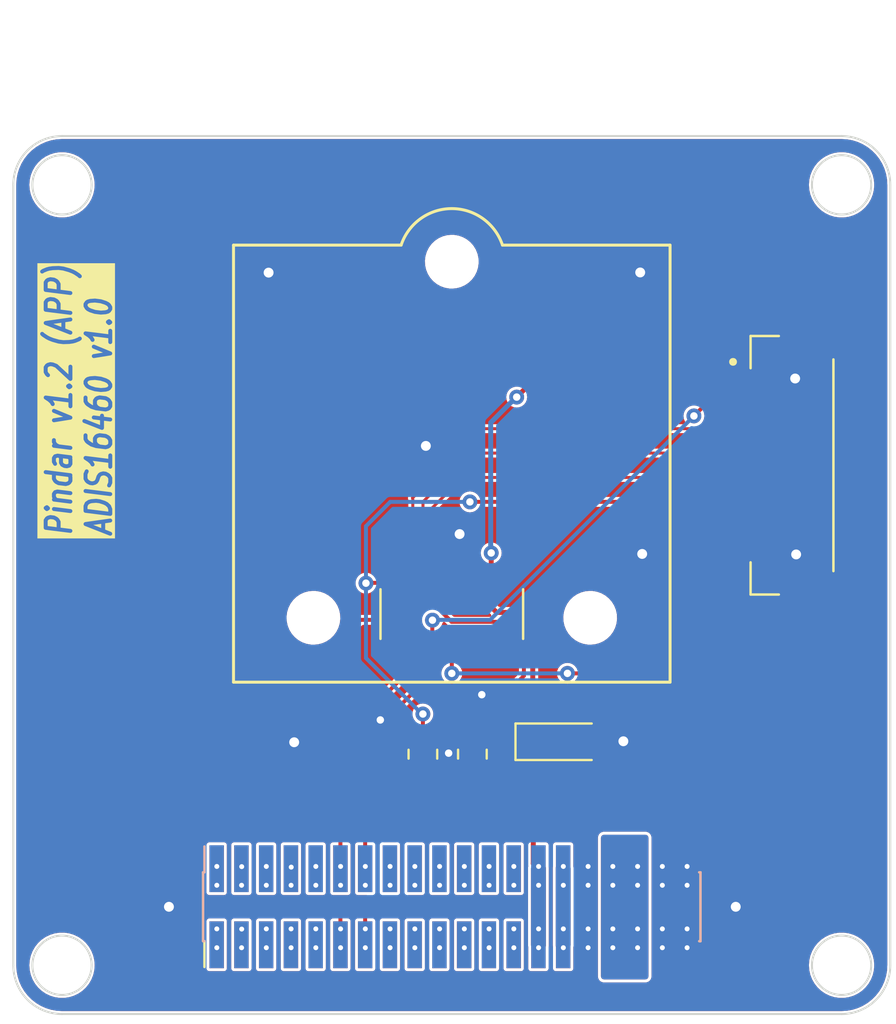
<source format=kicad_pcb>
(kicad_pcb (version 20221018) (generator pcbnew)
  (title_block (date "2023-06-14"))
  (layers (0 "F.Cu" signal) (31 "B.Cu" signal) (34 "B.Paste" user) (35 "F.Paste" user) (36 "B.SilkS" user "B.Silkscreen") (37 "F.SilkS" user "F.Silkscreen") (38 "B.Mask" user) (39 "F.Mask" user) (44 "Edge.Cuts" user))
  (net 0 "")
  (net 1 "+3.3V")
  (net 2 "/+5V")
  (net 3 "/SPI_CS")
  (net 4 "/SPI_CLK")
  (net 5 "/SPI_MOSI")
  (net 6 "/SPI_MISO")
  (net 7 "/I2C_CLK")
  (net 8 "/GPIO_1")
  (net 9 "/GPIO_2")
  (net 10 "/GPIO_3")
  (net 11 "/GPIO_4")
  (net 12 "/GPIO_5")
  (net 13 "/GPIO_6")
  (net 14 "/GPIO_7")
  (net 15 "/GPIO_8")
  (net 16 "/ADC_1")
  (net 17 "/ADC_3")
  (net 18 "/ADC_4")
  (net 19 "/GPIO_11")
  (net 20 "/GPIO_12")
  (net 21 "/ADC_2")
  (net 22 "/I2C_SDA")
  (net 23 "/UART1_Rx")
  (net 24 "GND")
  (net 25 "/UART1_Tx")
  (net 26 "/UART2_Rx")
  (net 27 "/UART2_Tx")
  (net 28 "/GPIO_9")
  (net 29 "/GPIO_10")
  (net 30 "/+BATT")
  (net 37 "/DR")
  (net 38 "/RST")
  (footprint "Connector_PinHeader_1.27mm:PinHeader_2x20_P1.27mm_Vertical_SMD" (layer "F.Cu") (at 73.22 72.22 90)
    (fp_text reference "J1" hide)
    (fp_text value "TOP" hide)
    (fp_line (start -3.09 -12.695) (end -1.765 -12.695) (stroke (width 0.12)) (layer "F.SilkS"))
    (fp_line (start -1.765 -12.76) (end -1.765 -12.695) (stroke (width 0.12)) (layer "F.SilkS"))
    (fp_line (start -1.765 -12.76) (end 1.765 -12.76) (stroke (width 0.12)) (layer "F.SilkS"))
    (fp_line (start -1.765 12.695) (end -1.765 12.76) (stroke (width 0.12)) (layer "F.SilkS"))
    (fp_line (start -1.765 12.76) (end 1.765 12.76) (stroke (width 0.12)) (layer "F.SilkS"))
    (fp_line (start 1.765 -12.76) (end 1.765 -12.695) (stroke (width 0.12)) (layer "F.SilkS"))
    (fp_line (start 1.765 12.695) (end 1.765 12.76) (stroke (width 0.12)) (layer "F.SilkS"))
    (pad "1" smd rect locked (at -1.95 -12.065 90) (size 2.4 0.74) (layers "F.Cu" "F.Paste" "F.Mask") (net 16 "/ADC_1"))
    (pad "2" smd rect locked (at 1.95 -12.065 90) (size 2.4 0.74) (layers "F.Cu" "F.Paste" "F.Mask") (net 21 "/ADC_2"))
    (pad "3" smd rect locked (at -1.95 -10.795 90) (size 2.4 0.74) (layers "F.Cu" "F.Paste" "F.Mask") (net 17 "/ADC_3"))
    (pad "4" smd rect locked (at 1.95 -10.795 90) (size 2.4 0.74) (layers "F.Cu" "F.Paste" "F.Mask") (net 18 "/ADC_4"))
    (pad "5" smd rect locked (at -1.95 -9.525 90) (size 2.4 0.74) (layers "F.Cu" "F.Paste" "F.Mask") (net 23 "/UART1_Rx"))
    (pad "6" smd rect locked (at 1.95 -9.525 90) (size 2.4 0.74) (layers "F.Cu" "F.Paste" "F.Mask") (net 25 "/UART1_Tx"))
    (pad "7" smd rect locked (at -1.95 -8.255 90) (size 2.4 0.74) (layers "F.Cu" "F.Paste" "F.Mask") (net 26 "/UART2_Rx"))
    (pad "8" smd rect locked (at 1.95 -8.255 90) (size 2.4 0.74) (layers "F.Cu" "F.Paste" "F.Mask") (net 27 "/UART2_Tx"))
    (pad "9" smd rect locked (at -1.95 -6.985 90) (size 2.4 0.74) (layers "F.Cu" "F.Paste" "F.Mask") (net 22 "/I2C_SDA"))
    (pad "10" smd rect locked (at 1.95 -6.985 90) (size 2.4 0.74) (layers "F.Cu" "F.Paste" "F.Mask") (net 7 "/I2C_CLK"))
    (pad "11" smd rect locked (at -1.95 -5.715 90) (size 2.4 0.74) (layers "F.Cu" "F.Paste" "F.Mask") (net 3 "/SPI_CS"))
    (pad "12" smd rect locked (at 1.95 -5.715 90) (size 2.4 0.74) (layers "F.Cu" "F.Paste" "F.Mask") (net 4 "/SPI_CLK"))
    (pad "13" smd rect locked (at -1.95 -4.445 90) (size 2.4 0.74) (layers "F.Cu" "F.Paste" "F.Mask") (net 5 "/SPI_MOSI"))
    (pad "14" smd rect locked (at 1.95 -4.445 90) (size 2.4 0.74) (layers "F.Cu" "F.Paste" "F.Mask") (net 6 "/SPI_MISO"))
    (pad "15" smd rect locked (at -1.95 -3.175 90) (size 2.4 0.74) (layers "F.Cu" "F.Paste" "F.Mask") (net 8 "/GPIO_1"))
    (pad "16" smd rect locked (at 1.95 -3.175 90) (size 2.4 0.74) (layers "F.Cu" "F.Paste" "F.Mask") (net 9 "/GPIO_2"))
    (pad "17" smd rect locked (at -1.95 -1.905 90) (size 2.4 0.74) (layers "F.Cu" "F.Paste" "F.Mask") (net 10 "/GPIO_3"))
    (pad "18" smd rect locked (at 1.95 -1.905 90) (size 2.4 0.74) (layers "F.Cu" "F.Paste" "F.Mask") (net 11 "/GPIO_4"))
    (pad "19" smd rect locked (at -1.95 -0.635 90) (size 2.4 0.74) (layers "F.Cu" "F.Paste" "F.Mask") (net 12 "/GPIO_5"))
    (pad "20" smd rect locked (at 1.95 -0.635 90) (size 2.4 0.74) (layers "F.Cu" "F.Paste" "F.Mask") (net 13 "/GPIO_6"))
    (pad "21" smd rect locked (at -1.95 0.635 90) (size 2.4 0.74) (layers "F.Cu" "F.Paste" "F.Mask") (net 14 "/GPIO_7"))
    (pad "22" smd rect locked (at 1.95 0.635 90) (size 2.4 0.74) (layers "F.Cu" "F.Paste" "F.Mask") (net 15 "/GPIO_8"))
    (pad "23" smd rect locked (at -1.95 1.905 90) (size 2.4 0.74) (layers "F.Cu" "F.Paste" "F.Mask") (net 28 "/GPIO_9"))
    (pad "24" smd rect locked (at 1.95 1.905 90) (size 2.4 0.74) (layers "F.Cu" "F.Paste" "F.Mask") (net 29 "/GPIO_10"))
    (pad "25" smd rect locked (at -1.95 3.175 90) (size 2.4 0.74) (layers "F.Cu" "F.Paste" "F.Mask") (net 19 "/GPIO_11"))
    (pad "26" smd rect locked (at 1.95 3.175 90) (size 2.4 0.74) (layers "F.Cu" "F.Paste" "F.Mask") (net 20 "/GPIO_12"))
    (pad "27" smd rect locked (at -1.95 4.445 90) (size 2.4 0.74) (layers "F.Cu" "F.Paste" "F.Mask") (net 1 "+3.3V"))
    (pad "28" smd rect locked (at 1.95 4.445 90) (size 2.4 0.74) (layers "F.Cu" "F.Paste" "F.Mask") (net 1 "+3.3V"))
    (pad "29" smd rect locked (at -1.95 5.715 90) (size 2.4 0.74) (layers "F.Cu" "F.Paste" "F.Mask") (net 2 "/+5V"))
    (pad "30" smd rect locked (at 1.95 5.715 90) (size 2.4 0.74) (layers "F.Cu" "F.Paste" "F.Mask") (net 2 "/+5V"))
    (pad "31" smd rect locked (at -1.95 6.985 90) (size 2.4 0.74) (layers "F.Cu" "F.Paste" "F.Mask") (net 24 "GND"))
    (pad "32" smd rect locked (at 1.95 6.985 90) (size 2.4 0.74) (layers "F.Cu" "F.Paste" "F.Mask") (net 24 "GND"))
    (pad "33" smd rect locked (at -1.95 8.255 90) (size 2.4 0.74) (layers "F.Cu" "F.Paste" "F.Mask") (net 30 "/+BATT"))
    (pad "34" smd rect locked (at 1.95 8.255 90) (size 2.4 0.74) (layers "F.Cu" "F.Paste" "F.Mask") (net 30 "/+BATT"))
    (pad "35" smd rect locked (at -1.95 9.525 90) (size 2.4 0.74) (layers "F.Cu" "F.Paste" "F.Mask") (net 30 "/+BATT"))
    (pad "36" smd rect locked (at 1.95 9.525 90) (size 2.4 0.74) (layers "F.Cu" "F.Paste" "F.Mask") (net 30 "/+BATT"))
    (pad "37" smd rect locked (at -1.95 10.795 90) (size 2.4 0.74) (layers "F.Cu" "F.Paste" "F.Mask") (net 24 "GND"))
    (pad "38" smd rect locked (at 1.95 10.795 90) (size 2.4 0.74) (layers "F.Cu" "F.Paste" "F.Mask") (net 24 "GND"))
    (pad "39" smd rect locked (at -1.95 12.065 90) (size 2.4 0.74) (layers "F.Cu" "F.Paste" "F.Mask") (net 24 "GND"))
    (pad "40" smd rect locked (at 1.95 12.065 90) (size 2.4 0.74) (layers "F.Cu" "F.Paste" "F.Mask") (net 24 "GND"))
  )
  (footprint "JST-GH-1.25:JST-GHS-1.25-BM08B" (layer "F.Cu") (at 88.351 49.5934 90)
    (fp_text reference "P1" hide)
    (fp_text value "BM08B-GHS-TBT(LF)(SN)(N)")
    (fp_line (start -6.625 0.2) (end -4.975 0.2) (stroke (width 0.127)) (layer "F.SilkS"))
    (fp_line (start -6.625 1.65) (end -6.625 0.2) (stroke (width 0.127)) (layer "F.SilkS"))
    (fp_line (start -5.425 4.45) (end 5.425 4.45) (stroke (width 0.127)) (layer "F.SilkS"))
    (fp_line (start 4.975 0.2) (end 6.625 0.2) (stroke (width 0.127)) (layer "F.SilkS"))
    (fp_line (start 6.625 1.65) (end 6.625 0.2) (stroke (width 0.127)) (layer "F.SilkS"))
    (fp_circle (center 5.3 -0.7) (end 5.4 -0.7) (stroke (width 0.2)) (fill none) (layer "F.SilkS"))
    (pad "1" smd rect (at 4.375 0 90) (size 0.6 1.7) (layers "F.Cu" "F.Paste" "F.Mask") (net 1 "+3.3V"))
    (pad "2" smd rect (at 3.125 0 90) (size 0.6 1.7) (layers "F.Cu" "F.Paste" "F.Mask") (net 3 "/SPI_CS"))
    (pad "3" smd rect (at 1.875 0 90) (size 0.6 1.7) (layers "F.Cu" "F.Paste" "F.Mask") (net 4 "/SPI_CLK"))
    (pad "4" smd rect (at 0.625 0 90) (size 0.6 1.7) (layers "F.Cu" "F.Paste" "F.Mask") (net 6 "/SPI_MISO"))
    (pad "5" smd rect (at -0.625 0 90) (size 0.6 1.7) (layers "F.Cu" "F.Paste" "F.Mask") (net 5 "/SPI_MOSI"))
    (pad "6" smd rect (at -1.875 0 90) (size 0.6 1.7) (layers "F.Cu" "F.Paste" "F.Mask") (net 37 "/DR"))
    (pad "7" smd rect (at -3.125 0 90) (size 0.6 1.7) (layers "F.Cu" "F.Paste" "F.Mask") (net 38 "/RST"))
    (pad "8" smd rect (at -4.375 0 90) (size 0.6 1.7) (layers "F.Cu" "F.Paste" "F.Mask") (net 24 "GND"))
    (pad "P1" smd rect (at -6.225 3.35 90) (size 1 2.8) (layers "F.Cu" "F.Paste" "F.Mask") (net 24 "GND"))
    (pad "P2" smd rect (at 6.225 3.35 90) (size 1 2.8) (layers "F.Cu" "F.Paste" "F.Mask") (net 24 "GND"))
  )
  (footprint "ADIS16460:ADIS16460" (layer "F.Cu") (at 73.22 57.22)
    (fp_text reference "J3" hide)
    (fp_text value "ADIS16460*")
    (fp_line (start -11.2 -18.91) (end -2.6 -18.91) (stroke (width 0.1524)) (layer "F.SilkS"))
    (fp_line (start -11.2 3.49) (end -11.2 -18.91) (stroke (width 0.1524)) (layer "F.SilkS"))
    (fp_line (start -11.2 3.49) (end 11.2 3.49) (stroke (width 0.1524)) (layer "F.SilkS"))
    (fp_line (start -3.659 -1.27) (end -3.659 1.27) (stroke (width 0.127)) (layer "F.SilkS"))
    (fp_line (start 2.6 -18.91) (end 11.2 -18.91) (stroke (width 0.1524)) (layer "F.SilkS"))
    (fp_line (start 3.659 1.27) (end 3.659 -1.27) (stroke (width 0.127)) (layer "F.SilkS"))
    (fp_line (start 11.2 -18.91) (end 11.2 3.49) (stroke (width 0.1524)) (layer "F.SilkS"))
    (fp_arc (start -2.6 -18.91) (mid 0 -20.781732) (end 2.6 -18.91) (stroke (width 0.1524)) (layer "F.SilkS"))
    (pad "" np_thru_hole circle (at -7.1 0.19) (size 2.4 2.4) (drill 2.4) (layers "*.Cu" "*.Mask"))
    (pad "" np_thru_hole circle (at 0 -18.06) (size 2.4 2.4) (drill 2.4) (layers "*.Cu" "*.Mask"))
    (pad "" np_thru_hole circle (at 7.1 0.19) (size 2.4 2.4) (drill 2.4) (layers "*.Cu" "*.Mask"))
    (pad "1" smd rect (at -3 -1.6 270) (size 1.37 0.5) (layers "F.Cu" "F.Paste" "F.Mask") (net 37 "/DR"))
    (pad "2" smd rect (at -3 1.6 270) (size 1.37 0.5) (layers "F.Cu" "F.Paste" "F.Mask"))
    (pad "3" smd rect (at -2 -1.6 270) (size 1.37 0.5) (layers "F.Cu" "F.Paste" "F.Mask") (net 4 "/SPI_CLK"))
    (pad "4" smd rect (at -2 1.6 270) (size 1.37 0.5) (layers "F.Cu" "F.Paste" "F.Mask") (net 6 "/SPI_MISO"))
    (pad "5" smd rect (at -1 -1.6 270) (size 1.37 0.5) (layers "F.Cu" "F.Paste" "F.Mask") (net 5 "/SPI_MOSI"))
    (pad "6" smd rect (at -1 1.6 270) (size 1.37 0.5) (layers "F.Cu" "F.Paste" "F.Mask") (net 3 "/SPI_CS"))
    (pad "7" smd rect (at 0 -1.6 270) (size 1.37 0.5) (layers "F.Cu" "F.Paste" "F.Mask"))
    (pad "8" smd rect (at 0 1.6 270) (size 1.37 0.5) (layers "F.Cu" "F.Paste" "F.Mask") (net 38 "/RST"))
    (pad "9" smd rect (at 1 -1.6 270) (size 1.37 0.5) (layers "F.Cu" "F.Paste" "F.Mask"))
    (pad "10" smd rect (at 1 1.6 270) (size 1.37 0.5) (layers "F.Cu" "F.Paste" "F.Mask"))
    (pad "11" smd rect (at 2 -1.6 270) (size 1.37 0.5) (layers "F.Cu" "F.Paste" "F.Mask") (net 1 "+3.3V"))
    (pad "12" smd rect (at 2 1.6 270) (size 1.37 0.5) (layers "F.Cu" "F.Paste" "F.Mask"))
    (pad "13" smd rect (at 3 -1.6 270) (size 1.37 0.5) (layers "F.Cu" "F.Paste" "F.Mask") (net 24 "GND"))
    (pad "14" smd rect (at 3 1.6 270) (size 1.37 0.5) (layers "F.Cu" "F.Paste" "F.Mask"))
  )
  (footprint "Capacitor_Tantalum_SMD:CP_EIA-3216-12_Kemet-S" (layer "F.Cu") (at 78.7978 63.7646)
    (fp_text reference "C1" hide)
    (fp_text value "Capacitor_Tantalum_SMD")
    (fp_line (start -2.31 -0.935) (end -2.31 0.935) (stroke (width 0.12)) (layer "F.SilkS"))
    (fp_line (start -2.31 0.935) (end 1.6 0.935) (stroke (width 0.12)) (layer "F.SilkS"))
    (fp_line (start 1.6 -0.935) (end -2.31 -0.935) (stroke (width 0.12)) (layer "F.SilkS"))
    (pad "1" smd roundrect (at -1.35 0) (size 1.4 1.35) (layers "F.Cu" "F.Paste" "F.Mask") (roundrect_rratio 0.1851851852) (net 1 "+3.3V"))
    (pad "2" smd roundrect (at 1.35 0) (size 1.4 1.35) (layers "F.Cu" "F.Paste" "F.Mask") (roundrect_rratio 0.1851851852) (net 24 "GND"))
  )
  (footprint "Resistor_SMD:R_0805_2012Metric" (layer "F.Cu") (at 74.2766 64.3996 -90)
    (fp_text reference "R2" hide)
    (fp_text value "0")
    (fp_line (start -0.227064 -0.735) (end 0.227064 -0.735) (stroke (width 0.12)) (layer "F.SilkS"))
    (fp_line (start -0.227064 0.735) (end 0.227064 0.735) (stroke (width 0.12)) (layer "F.SilkS"))
    (pad "1" smd roundrect (at -0.9125 0 270) (size 1.025 1.4) (layers "F.Cu" "F.Paste" "F.Mask") (roundrect_rratio 0.243902439) (net 38 "/RST"))
    (pad "2" smd roundrect (at 0.9125 0 270) (size 1.025 1.4) (layers "F.Cu" "F.Paste" "F.Mask") (roundrect_rratio 0.243902439) (net 9 "/GPIO_2"))
  )
  (footprint "Resistor_SMD:R_0805_2012Metric" (layer "F.Cu") (at 71.7366 64.4015 -90)
    (fp_text reference "R1" hide)
    (fp_text value "0")
    (fp_line (start -0.227064 -0.735) (end 0.227064 -0.735) (stroke (width 0.12)) (layer "F.SilkS"))
    (fp_line (start -0.227064 0.735) (end 0.227064 0.735) (stroke (width 0.12)) (layer "F.SilkS"))
    (pad "1" smd roundrect (at -0.9125 0 270) (size 1.025 1.4) (layers "F.Cu" "F.Paste" "F.Mask") (roundrect_rratio 0.243902439) (net 37 "/DR"))
    (pad "2" smd roundrect (at 0.9125 0 270) (size 1.025 1.4) (layers "F.Cu" "F.Paste" "F.Mask") (roundrect_rratio 0.243902439) (net 8 "/GPIO_1"))
  )
  (footprint "Connector_PinHeader_1.27mm:PinHeader_2x20_P1.27mm_Vertical_SMD" (layer "B.Cu") (at 73.22 72.22 -90)
    (fp_text reference "J2" hide)
    (fp_text value "BUTTOM" hide)
    (fp_line (start -3.09 12.695) (end -1.765 12.695) (stroke (width 0.12)) (layer "B.SilkS"))
    (fp_line (start -1.765 -12.76) (end 1.765 -12.76) (stroke (width 0.12)) (layer "B.SilkS"))
    (fp_line (start -1.765 -12.695) (end -1.765 -12.76) (stroke (width 0.12)) (layer "B.SilkS"))
    (fp_line (start -1.765 12.76) (end -1.765 12.695) (stroke (width 0.12)) (layer "B.SilkS"))
    (fp_line (start -1.765 12.76) (end 1.765 12.76) (stroke (width 0.12)) (layer "B.SilkS"))
    (fp_line (start 1.765 -12.695) (end 1.765 -12.76) (stroke (width 0.12)) (layer "B.SilkS"))
    (fp_line (start 1.765 12.76) (end 1.765 12.695) (stroke (width 0.12)) (layer "B.SilkS"))
    (pad "1" smd rect locked (at -1.95 12.065 270) (size 2.4 0.74) (layers "B.Cu" "B.Paste" "B.Mask") (net 21 "/ADC_2"))
    (pad "2" smd rect locked (at 1.95 12.065 270) (size 2.4 0.74) (layers "B.Cu" "B.Paste" "B.Mask") (net 16 "/ADC_1"))
    (pad "3" smd rect locked (at -1.95 10.795 270) (size 2.4 0.74) (layers "B.Cu" "B.Paste" "B.Mask") (net 18 "/ADC_4"))
    (pad "4" smd rect locked (at 1.95 10.795 270) (size 2.4 0.74) (layers "B.Cu" "B.Paste" "B.Mask") (net 17 "/ADC_3"))
    (pad "5" smd rect locked (at -1.95 9.525 270) (size 2.4 0.74) (layers "B.Cu" "B.Paste" "B.Mask") (net 25 "/UART1_Tx"))
    (pad "6" smd rect locked (at 1.95 9.525 270) (size 2.4 0.74) (layers "B.Cu" "B.Paste" "B.Mask") (net 23 "/UART1_Rx"))
    (pad "7" smd rect locked (at -1.95 8.255 270) (size 2.4 0.74) (layers "B.Cu" "B.Paste" "B.Mask") (net 27 "/UART2_Tx"))
    (pad "8" smd rect locked (at 1.95 8.255 270) (size 2.4 0.74) (layers "B.Cu" "B.Paste" "B.Mask") (net 26 "/UART2_Rx"))
    (pad "9" smd rect locked (at -1.95 6.985 270) (size 2.4 0.74) (layers "B.Cu" "B.Paste" "B.Mask") (net 7 "/I2C_CLK"))
    (pad "10" smd rect locked (at 1.95 6.985 270) (size 2.4 0.74) (layers "B.Cu" "B.Paste" "B.Mask") (net 22 "/I2C_SDA"))
    (pad "11" smd rect locked (at -1.95 5.715 270) (size 2.4 0.74) (layers "B.Cu" "B.Paste" "B.Mask") (net 4 "/SPI_CLK"))
    (pad "12" smd rect locked (at 1.95 5.715 270) (size 2.4 0.74) (layers "B.Cu" "B.Paste" "B.Mask") (net 3 "/SPI_CS"))
    (pad "13" smd rect locked (at -1.95 4.445 270) (size 2.4 0.74) (layers "B.Cu" "B.Paste" "B.Mask") (net 6 "/SPI_MISO"))
    (pad "14" smd rect locked (at 1.95 4.445 270) (size 2.4 0.74) (layers "B.Cu" "B.Paste" "B.Mask") (net 5 "/SPI_MOSI"))
    (pad "15" smd rect locked (at -1.95 3.175 270) (size 2.4 0.74) (layers "B.Cu" "B.Paste" "B.Mask") (net 9 "/GPIO_2"))
    (pad "16" smd rect locked (at 1.95 3.175 270) (size 2.4 0.74) (layers "B.Cu" "B.Paste" "B.Mask") (net 8 "/GPIO_1"))
    (pad "17" smd rect locked (at -1.95 1.905 270) (size 2.4 0.74) (layers "B.Cu" "B.Paste" "B.Mask") (net 11 "/GPIO_4"))
    (pad "18" smd rect locked (at 1.95 1.905 270) (size 2.4 0.74) (layers "B.Cu" "B.Paste" "B.Mask") (net 10 "/GPIO_3"))
    (pad "19" smd rect locked (at -1.95 0.635 270) (size 2.4 0.74) (layers "B.Cu" "B.Paste" "B.Mask") (net 13 "/GPIO_6"))
    (pad "20" smd rect locked (at 1.95 0.635 270) (size 2.4 0.74) (layers "B.Cu" "B.Paste" "B.Mask") (net 12 "/GPIO_5"))
    (pad "21" smd rect locked (at -1.95 -0.635 270) (size 2.4 0.74) (layers "B.Cu" "B.Paste" "B.Mask") (net 15 "/GPIO_8"))
    (pad "22" smd rect locked (at 1.95 -0.635 270) (size 2.4 0.74) (layers "B.Cu" "B.Paste" "B.Mask") (net 14 "/GPIO_7"))
    (pad "23" smd rect locked (at -1.95 -1.905 270) (size 2.4 0.74) (layers "B.Cu" "B.Paste" "B.Mask") (net 29 "/GPIO_10"))
    (pad "24" smd rect locked (at 1.95 -1.905 270) (size 2.4 0.74) (layers "B.Cu" "B.Paste" "B.Mask") (net 28 "/GPIO_9"))
    (pad "25" smd rect locked (at -1.95 -3.175 270) (size 2.4 0.74) (layers "B.Cu" "B.Paste" "B.Mask") (net 20 "/GPIO_12"))
    (pad "26" smd rect locked (at 1.95 -3.175 270) (size 2.4 0.74) (layers "B.Cu" "B.Paste" "B.Mask") (net 19 "/GPIO_11"))
    (pad "27" smd rect locked (at -1.95 -4.445 270) (size 2.4 0.74) (layers "B.Cu" "B.Paste" "B.Mask") (net 1 "+3.3V"))
    (pad "28" smd rect locked (at 1.95 -4.445 270) (size 2.4 0.74) (layers "B.Cu" "B.Paste" "B.Mask") (net 1 "+3.3V"))
    (pad "29" smd rect locked (at -1.95 -5.715 270) (size 2.4 0.74) (layers "B.Cu" "B.Paste" "B.Mask") (net 2 "/+5V"))
    (pad "30" smd rect locked (at 1.95 -5.715 270) (size 2.4 0.74) (layers "B.Cu" "B.Paste" "B.Mask") (net 2 "/+5V"))
    (pad "31" smd rect locked (at -1.95 -6.985 270) (size 2.4 0.74) (layers "B.Cu" "B.Paste" "B.Mask") (net 24 "GND"))
    (pad "32" smd rect locked (at 1.95 -6.985 270) (size 2.4 0.74) (layers "B.Cu" "B.Paste" "B.Mask") (net 24 "GND"))
    (pad "33" smd rect locked (at -1.95 -8.255 270) (size 2.4 0.74) (layers "B.Cu" "B.Paste" "B.Mask") (net 30 "/+BATT"))
    (pad "34" smd rect locked (at 1.95 -8.255 270) (size 2.4 0.74) (layers "B.Cu" "B.Paste" "B.Mask") (net 30 "/+BATT"))
    (pad "35" smd rect locked (at -1.95 -9.525 270) (size 2.4 0.74) (layers "B.Cu" "B.Paste" "B.Mask") (net 30 "/+BATT"))
    (pad "36" smd rect locked (at 1.95 -9.525 270) (size 2.4 0.74) (layers "B.Cu" "B.Paste" "B.Mask") (net 30 "/+BATT"))
    (pad "37" smd rect locked (at -1.95 -10.795 270) (size 2.4 0.74) (layers "B.Cu" "B.Paste" "B.Mask") (net 24 "GND"))
    (pad "38" smd rect locked (at 1.95 -10.795 270) (size 2.4 0.74) (layers "B.Cu" "B.Paste" "B.Mask") (net 24 "GND"))
    (pad "39" smd rect locked (at -1.95 -12.065 270) (size 2.4 0.74) (layers "B.Cu" "B.Paste" "B.Mask") (net 24 "GND"))
    (pad "40" smd rect locked (at 1.95 -12.065 270) (size 2.4 0.74) (layers "B.Cu" "B.Paste" "B.Mask") (net 24 "GND"))
  )
  (gr_circle locked (center 53.22 75.22) (end 54.74 75.22) (stroke (width 0.1)) (fill none) (layer "Edge.Cuts"))
  (gr_line locked (start 95.72 75.22) (end 95.72 35.22) (stroke (width 0.1)) (layer "Edge.Cuts"))
  (gr_arc locked (start 50.72 35.22) (mid 51.452233 33.452233) (end 53.22 32.72) (stroke (width 0.1)) (layer "Edge.Cuts"))
  (gr_circle locked (center 93.22 75.22) (end 94.74 75.22) (stroke (width 0.1)) (fill none) (layer "Edge.Cuts"))
  (gr_circle locked (center 53.22 35.22) (end 54.74 35.22) (stroke (width 0.1)) (fill none) (layer "Edge.Cuts"))
  (gr_line locked (start 93.22 32.72) (end 53.22 32.72) (stroke (width 0.1)) (layer "Edge.Cuts"))
  (gr_arc locked (start 93.22 32.72) (mid 94.987767 33.452233) (end 95.72 35.22) (stroke (width 0.1)) (layer "Edge.Cuts"))
  (gr_arc locked (start 95.72 75.22) (mid 94.987767 76.987767) (end 93.22 77.72) (stroke (width 0.1)) (layer "Edge.Cuts"))
  (gr_circle locked (center 93.22 35.22) (end 94.74 35.22) (stroke (width 0.1)) (fill none) (layer "Edge.Cuts"))
  (gr_line locked (start 53.22 77.72) (end 93.22 77.72) (stroke (width 0.1)) (layer "Edge.Cuts"))
  (gr_arc locked (start 53.22 77.72) (mid 51.452233 76.987767) (end 50.72 75.22) (stroke (width 0.1)) (layer "Edge.Cuts"))
  (gr_line locked (start 50.72 35.22) (end 50.72 75.22) (stroke (width 0.1)) (layer "Edge.Cuts"))
  (gr_text "Pindar v1.2 (APP)\nADIS16460 v1.0" (at 55.8616 53.3252 90) (layer "F.SilkS" knockout) (effects (font (size 1.27 1.016) (thickness 0.2032) bold italic) (justify left bottom)))
  (segment (start 77.3754 57.5416) (end 77.3754 63.6922) (width 0.254) (layer "F.Cu") (net 1))
  (segment (start 77.4478 63.7646) (end 77.4008 63.8116) (width 0.254) (layer "F.Cu") (net 1))
  (segment (start 77.3754 63.6922) (end 77.4478 63.7646) (width 0.254) (layer "F.Cu") (net 1))
  (segment (start 76.5499 46.0989) (end 77.4304 45.2184) (width 0.254) (layer "F.Cu") (net 1))
  (segment (start 77.4304 45.2184) (end 88.351 45.2184) (width 0.254) (layer "F.Cu") (net 1))
  (segment (start 75.2418 54.0872) (end 75.2418 55.5982) (width 0.254) (layer "F.Cu") (net 1))
  (segment (start 77.4008 70.0058) (end 77.665 70.27) (width 0.254) (layer "F.Cu") (net 1))
  (segment (start 77.4008 63.8116) (end 77.4008 70.0058) (width 0.254) (layer "F.Cu") (net 1))
  (segment (start 75.5212 57.1352) (end 76.969 57.1352) (width 0.254) (layer "F.Cu") (net 1))
  (segment (start 75.22 55.62) (end 75.22 56.834) (width 0.254) (layer "F.Cu") (net 1))
  (segment (start 75.22 56.834) (end 75.5212 57.1352) (width 0.254) (layer "F.Cu") (net 1))
  (segment (start 75.2418 55.5982) (end 75.22 55.62) (width 0.254) (layer "F.Cu") (net 1))
  (segment (start 76.969 57.1352) (end 77.3754 57.5416) (width 0.254) (layer "F.Cu") (net 1))
  (segment (start 77.665 70.27) (end 77.665 74.17) (width 0.762) (layer "F.Cu") (net 1))
  (via (at 77.6732 74.3204) (size 0.508) (drill 0.254) (layers "F.Cu" "B.Cu") (net 1))
  (via (at 76.5499 46.0989) (size 0.762) (drill 0.381) (layers "F.Cu" "B.Cu") (net 1))
  (via (at 77.6732 71.12) (size 0.508) (drill 0.254) (layers "F.Cu" "B.Cu") (net 1))
  (via (at 77.6732 73.3552) (size 0.508) (drill 0.254) (layers "F.Cu" "B.Cu") (net 1))
  (via (at 75.2418 54.0872) (size 0.762) (drill 0.381) (layers "F.Cu" "B.Cu") (net 1))
  (via (at 77.6732 70.1548) (size 0.508) (drill 0.254) (layers "F.Cu" "B.Cu") (net 1))
  (segment (start 75.2164 54.0618) (end 75.2164 47.407) (width 0.254) (layer "B.Cu") (net 1))
  (segment (start 77.665 70.27) (end 77.665 74.17) (width 0.762) (layer "B.Cu") (net 1))
  (segment (start 76.5245 46.0989) (end 76.5499 46.0989) (width 0.254) (layer "B.Cu") (net 1))
  (segment (start 75.2418 54.0872) (end 75.2164 54.0618) (width 0.254) (layer "B.Cu") (net 1))
  (segment (start 75.2164 47.407) (end 76.5245 46.0989) (width 0.254) (layer "B.Cu") (net 1))
  (segment (start 78.935 70.27) (end 78.935 74.17) (width 0.762) (layer "F.Cu") (net 2))
  (via (at 78.9432 73.3552) (size 0.508) (drill 0.254) (layers "F.Cu" "B.Cu") (net 2))
  (via (at 78.9432 71.12) (size 0.508) (drill 0.254) (layers "F.Cu" "B.Cu") (net 2))
  (via (at 78.9432 70.1548) (size 0.508) (drill 0.254) (layers "F.Cu" "B.Cu") (net 2))
  (via (at 78.9432 74.3204) (size 0.508) (drill 0.254) (layers "F.Cu" "B.Cu") (net 2))
  (segment (start 78.935 70.27) (end 78.935 74.17) (width 0.762) (layer "B.Cu") (net 2))
  (segment (start 68.0282 72.1212) (end 67.505 72.6444) (width 0.2032) (layer "F.Cu") (net 3))
  (segment (start 69.399 71.614) (end 68.8918 72.1212) (width 0.2032) (layer "F.Cu") (net 3))
  (segment (start 86.2388 46.4684) (end 88.351 46.4684) (width 0.2032) (layer "F.Cu") (net 3))
  (segment (start 70.365 62.8248) (end 69.399 63.7908) (width 0.2032) (layer "F.Cu") (net 3))
  (segment (start 70.365 62.1144) (end 70.365 62.8248) (width 0.2032) (layer "F.Cu") (net 3))
  (segment (start 72.22 57.5408) (end 72.22774 57.53306) (width 0.2032) (layer "F.Cu") (net 3))
  (segment (start 67.505 72.6444) (end 67.505 74.17) (width 0.2032) (layer "F.Cu") (net 3))
  (segment (start 85.6431 47.0641) (end 86.2388 46.4684) (width 0.2032) (layer "F.Cu") (net 3))
  (segment (start 69.399 63.7908) (end 69.399 71.614) (width 0.2032) (layer "F.Cu") (net 3))
  (segment (start 72.22 60.2594) (end 70.365 62.1144) (width 0.2032) (layer "F.Cu") (net 3))
  (segment (start 72.22 58.82) (end 72.22 60.2594) (width 0.2032) (layer "F.Cu") (net 3))
  (segment (start 72.22 58.82) (end 72.22 57.5408) (width 0.2032) (layer "F.Cu") (net 3))
  (segment (start 68.8918 72.1212) (end 68.0282 72.1212) (width 0.2032) (layer "F.Cu") (net 3))
  (via (at 67.5132 74.3204) (size 0.508) (drill 0.254) (layers "F.Cu" "B.Cu") (net 3))
  (via (at 67.5132 73.3552) (size 0.508) (drill 0.254) (layers "F.Cu" "B.Cu") (net 3))
  (via (at 72.22774 57.53306) (size 0.762) (drill 0.381) (layers "F.Cu" "B.Cu") (net 3))
  (via (at 85.6431 47.0641) (size 0.762) (drill 0.381) (layers "F.Cu" "B.Cu") (net 3))
  (segment (start 85.6431 47.0641) (end 75.191 57.5162) (width 0.2032) (layer "B.Cu") (net 3))
  (segment (start 72.2446 57.5162) (end 72.22774 57.53306) (width 0.2032) (layer "B.Cu") (net 3))
  (segment (start 75.191 57.5162) (end 72.2446 57.5162) (width 0.2032) (layer "B.Cu") (net 3))
  (segment (start 67.505 58.5474) (end 67.505 70.27) (width 0.2032) (layer "F.Cu") (net 4))
  (segment (start 71.2032 51.2678) (end 71.22 51.2846) (width 0.1524) (layer "F.Cu") (net 4))
  (segment (start 70.5682 57.5162) (end 68.5362 57.5162) (width 0.2032) (layer "F.Cu") (net 4))
  (segment (start 74.7526 47.7184) (end 71.2032 51.2678) (width 0.1524) (layer "F.Cu") (net 4))
  (segment (start 71.22 55.62) (end 71.22 56.8644) (width 0.2032) (layer "F.Cu") (net 4))
  (segment (start 88.351 47.7184) (end 74.7526 47.7184) (width 0.1524) (layer "F.Cu") (net 4))
  (segment (start 71.22 56.8644) (end 70.5682 57.5162) (width 0.2032) (layer "F.Cu") (net 4))
  (segment (start 71.22 51.2846) (end 71.22 55.62) (width 0.1524) (layer "F.Cu") (net 4))
  (segment (start 68.5362 57.5162) (end 67.505 58.5474) (width 0.2032) (layer "F.Cu") (net 4))
  (via (at 67.5132 71.12) (size 0.508) (drill 0.254) (layers "F.Cu" "B.Cu") (net 4))
  (via (at 67.5132 70.1548) (size 0.508) (drill 0.254) (layers "F.Cu" "B.Cu") (net 4))
  (segment (start 76.9182 60.3864) (end 75.4704 61.8342) (width 0.2032) (layer "F.Cu") (net 5))
  (segment (start 74.8354 67.7016) (end 71.1524 67.7016) (width 0.2032) (layer "F.Cu") (net 5))
  (segment (start 72.2192 51.7758) (end 72.22 51.7766) (width 0.1524) (layer "F.Cu") (net 5))
  (segment (start 73.7766 50.2184) (end 72.2192 51.7758) (width 0.1524) (layer "F.Cu") (net 5))
  (segment (start 73.2098 57.6178) (end 76.6896 57.6178) (width 0.2032) (layer "F.Cu") (net 5))
  (segment (start 68.775 72.766294) (end 68.775 74.17) (width 0.2032) (layer "F.Cu") (net 5))
  (segment (start 69.267694 72.2736) (end 68.775 72.766294) (width 0.2032) (layer "F.Cu") (net 5))
  (segment (start 88.351 50.2184) (end 73.7766 50.2184) (width 0.1524) (layer "F.Cu") (net 5))
  (segment (start 72.22 56.628) (end 73.2098 57.6178) (width 0.2032) (layer "F.Cu") (net 5))
  (segment (start 75.4704 61.8342) (end 75.4704 67.0666) (width 0.2032) (layer "F.Cu") (net 5))
  (segment (start 72.22 55.62) (end 72.22 56.628) (width 0.2032) (layer "F.Cu") (net 5))
  (segment (start 76.6896 57.6178) (end 76.9182 57.8464) (width 0.2032) (layer "F.Cu") (net 5))
  (segment (start 71.1524 67.7016) (end 70.669 68.185) (width 0.2032) (layer "F.Cu") (net 5))
  (segment (start 70.669 71.741) (end 70.1364 72.2736) (width 0.2032) (layer "F.Cu") (net 5))
  (segment (start 70.669 68.185) (end 70.669 71.741) (width 0.2032) (layer "F.Cu") (net 5))
  (segment (start 70.1364 72.2736) (end 69.267694 72.2736) (width 0.2032) (layer "F.Cu") (net 5))
  (segment (start 72.22 51.7766) (end 72.22 55.62) (width 0.1524) (layer "F.Cu") (net 5))
  (segment (start 75.4704 67.0666) (end 74.8354 67.7016) (width 0.2032) (layer "F.Cu") (net 5))
  (segment (start 76.9182 57.8464) (end 76.9182 60.3864) (width 0.2032) (layer "F.Cu") (net 5))
  (via (at 68.7832 73.3552) (size 0.508) (drill 0.254) (layers "F.Cu" "B.Cu") (net 5))
  (via (at 68.7832 74.3204) (size 0.508) (drill 0.254) (layers "F.Cu" "B.Cu") (net 5))
  (segment (start 71.7414 57.0034) (end 71.22 57.5248) (width 0.1524) (layer "F.Cu") (net 6))
  (segment (start 74.2392 48.9684) (end 71.7414 51.4662) (width 0.1524) (layer "F.Cu") (net 6))
  (segment (start 88.351 48.9684) (end 74.2392 48.9684) (width 0.1524) (layer "F.Cu") (net 6))
  (segment (start 71.22 58.82) (end 71.22 59.9378) (width 0.2032) (layer "F.Cu") (net 6))
  (segment (start 71.7414 51.4662) (end 71.7414 57.0034) (width 0.1524) (layer "F.Cu") (net 6))
  (segment (start 71.22 57.5248) (end 71.22 58.82) (width 0.1524) (layer "F.Cu") (net 6))
  (segment (start 68.775 62.3828) (end 68.775 70.27) (width 0.2032) (layer "F.Cu") (net 6))
  (segment (start 71.22 59.9378) (end 68.775 62.3828) (width 0.2032) (layer "F.Cu") (net 6))
  (via (at 68.7832 71.12) (size 0.508) (drill 0.254) (layers "F.Cu" "B.Cu") (net 6))
  (via (at 68.7832 70.1548) (size 0.508) (drill 0.254) (layers "F.Cu" "B.Cu") (net 6))
  (via (at 66.2432 71.12) (size 0.508) (drill 0.254) (layers "F.Cu" "B.Cu") (net 7))
  (via (at 66.2432 70.1548) (size 0.508) (drill 0.254) (layers "F.Cu" "B.Cu") (net 7))
  (via (at 70.0532 73.3552) (size 0.508) (drill 0.254) (layers "F.Cu" "B.Cu") (net 8))
  (via (at 70.0532 74.3204) (size 0.508) (drill 0.254) (layers "F.Cu" "B.Cu") (net 8))
  (via (at 70.0532 71.12) (size 0.508) (drill 0.254) (layers "F.Cu" "B.Cu") (net 9))
  (via (at 70.0532 70.1548) (size 0.508) (drill 0.254) (layers "F.Cu" "B.Cu") (net 9))
  (via (at 71.3232 74.3204) (size 0.508) (drill 0.254) (layers "F.Cu" "B.Cu") (net 10))
  (via (at 71.3232 73.3552) (size 0.508) (drill 0.254) (layers "F.Cu" "B.Cu") (net 10))
  (via (at 71.3232 71.12) (size 0.508) (drill 0.254) (layers "F.Cu" "B.Cu") (net 11))
  (via (at 71.3232 70.1548) (size 0.508) (drill 0.254) (layers "F.Cu" "B.Cu") (net 11))
  (via (at 72.5932 74.3204) (size 0.508) (drill 0.254) (layers "F.Cu" "B.Cu") (net 12))
  (via (at 72.5932 73.3552) (size 0.508) (drill 0.254) (layers "F.Cu" "B.Cu") (net 12))
  (via (at 72.5932 71.12) (size 0.508) (drill 0.254) (layers "F.Cu" "B.Cu") (net 13))
  (via (at 72.5932 70.1548) (size 0.508) (drill 0.254) (layers "F.Cu" "B.Cu") (net 13))
  (via (at 73.8632 74.3204) (size 0.508) (drill 0.254) (layers "F.Cu" "B.Cu") (net 14))
  (via (at 73.8632 73.3552) (size 0.508) (drill 0.254) (layers "F.Cu" "B.Cu") (net 14))
  (via (at 73.8632 71.12) (size 0.508) (drill 0.254) (layers "F.Cu" "B.Cu") (net 15))
  (via (at 73.8632 70.1548) (size 0.508) (drill 0.254) (layers "F.Cu" "B.Cu") (net 15))
  (via (at 61.1632 73.3552) (size 0.508) (drill 0.254) (layers "F.Cu" "B.Cu") (net 16))
  (via (at 61.1632 74.3204) (size 0.508) (drill 0.254) (layers "F.Cu" "B.Cu") (net 16))
  (via (at 62.4332 74.3204) (size 0.508) (drill 0.254) (layers "F.Cu" "B.Cu") (net 17))
  (via (at 62.4402 73.3658) (size 0.508) (drill 0.254) (layers "F.Cu" "B.Cu") (net 17))
  (via (at 62.4402 70.1654) (size 0.508) (drill 0.254) (layers "F.Cu" "B.Cu") (net 18))
  (via (at 62.4332 71.12) (size 0.508) (drill 0.254) (layers "F.Cu" "B.Cu") (net 18))
  (via (at 76.4032 74.3204) (size 0.508) (drill 0.254) (layers "F.Cu" "B.Cu") (net 19))
  (via (at 76.4032 73.3552) (size 0.508) (drill 0.254) (layers "F.Cu" "B.Cu") (net 19))
  (via (at 76.4032 71.12) (size 0.508) (drill 0.254) (layers "F.Cu" "B.Cu") (net 20))
  (via (at 76.4032 70.1548) (size 0.508) (drill 0.254) (layers "F.Cu" "B.Cu") (net 20))
  (via (at 61.1632 70.1548) (size 0.508) (drill 0.254) (layers "F.Cu" "B.Cu") (net 21))
  (via (at 61.1632 71.12) (size 0.508) (drill 0.254) (layers "F.Cu" "B.Cu") (net 21))
  (via (at 66.2432 73.3552) (size 0.508) (drill 0.254) (layers "F.Cu" "B.Cu") (net 22))
  (via (at 66.2432 74.3204) (size 0.508) (drill 0.254) (layers "F.Cu" "B.Cu") (net 22))
  (via (at 63.7032 73.3552) (size 0.508) (drill 0.254) (layers "F.Cu" "B.Cu") (net 23))
  (via (at 63.7032 74.3204) (size 0.508) (drill 0.254) (layers "F.Cu" "B.Cu") (net 23))
  (via (at 85.2932 73.3552) (size 0.508) (drill 0.254) (layers "F.Cu" "B.Cu") (net 24))
  (via (at 84.0232 70.1548) (size 0.508) (drill 0.254) (layers "F.Cu" "B.Cu") (net 24))
  (via (at 63.82 39.72) (size 1.016) (drill 0.508) (layers "F.Cu" "B.Cu") (net 24))
  (via (at 84.0232 73.3552) (size 0.508) (drill 0.254) (layers "F.Cu" "B.Cu") (net 24))
  (via (at 90.8374 45.1464) (size 1.016) (drill 0.508) (layers "F.Cu" "B.Cu") (net 24))
  (via (at 85.2932 70.1548) (size 0.508) (drill 0.254) (layers "F.Cu" "B.Cu") (net 24))
  (via (at 82.9888 54.138) (size 1.016) (drill 0.508) (layers "F.Cu" "B.Cu") (net 24))
  (via (at 90.8882 54.1634) (size 1.016) (drill 0.508) (layers "F.Cu" "B.Cu") (net 24))
  (via (at 73.62 53.12) (size 1.016) (drill 0.508) (layers "F.Cu" "B.Cu") (net 24))
  (via (at 73.0574 64.3488) (size 0.762) (drill 0.381) (layers "F.Cu" "B.Cu") (net 24))
  (via (at 85.2932 71.12) (size 0.508) (drill 0.254) (layers "F.Cu" "B.Cu") (net 24))
  (via (at 82.8872 39.7108) (size 1.016) (drill 0.508) (layers "F.Cu" "B.Cu") (net 24))
  (via (at 71.889 48.6008) (size 1.016) (drill 0.508) (layers "F.Cu" "B.Cu") (net 24))
  (via (at 80.2132 74.3204) (size 0.508) (drill 0.254) (layers "F.Cu" "B.Cu") (net 24))
  (via (at 80.2132 73.3552) (size 0.508) (drill 0.254) (layers "F.Cu" "B.Cu") (net 24))
  (via (at 87.7894 72.2228) (size 1.016) (drill 0.508) (layers "F.Cu" "B.Cu") (net 24))
  (via (at 84.0232 71.12) (size 0.508) (drill 0.254) (layers "F.Cu" "B.Cu") (net 24))
  (via (at 80.2132 70.1548) (size 0.508) (drill 0.254) (layers "F.Cu" "B.Cu") (net 24))
  (via (at 58.7064 72.2228) (size 1.016) (drill 0.508) (layers "F.Cu" "B.Cu") (net 24))
  (via (at 74.7592 61.3516) (size 0.762) (drill 0.381) (layers "F.Cu" "B.Cu") (net 24))
  (via (at 69.5522 62.647) (size 0.762) (drill 0.381) (layers "F.Cu" "B.Cu") (net 24))
  (via (at 85.2932 74.3204) (size 0.508) (drill 0.254) (layers "F.Cu" "B.Cu") (net 24))
  (via (at 80.2132 71.12) (size 0.508) (drill 0.254) (layers "F.Cu" "B.Cu") (net 24))
  (via (at 82.0236 63.7392) (size 1.016) (drill 0.508) (layers "F.Cu" "B.Cu") (net 24))
  (via (at 65.1326 63.79) (size 1.016) (drill 0.508) (layers "F.Cu" "B.Cu") (net 24))
  (via (at 84.0232 74.3204) (size 0.508) (drill 0.254) (layers "F.Cu" "B.Cu") (net 24))
  (via (at 63.7032 71.12) (size 0.508) (drill 0.254) (layers "F.Cu" "B.Cu") (net 25))
  (via (at 63.7032 70.1548) (size 0.508) (drill 0.254) (layers "F.Cu" "B.Cu") (net 25))
  (via (at 64.9732 74.3204) (size 0.508) (drill 0.254) (layers "F.Cu" "B.Cu") (net 26))
  (via (at 64.9732 73.3552) (size 0.508) (drill 0.254) (layers "F.Cu" "B.Cu") (net 26))
  (via (at 64.9732 71.12) (size 0.508) (drill 0.254) (layers "F.Cu" "B.Cu") (net 27))
  (via (at 64.9802 70.1908) (size 0.508) (drill 0.254) (layers "F.Cu" "B.Cu") (net 27))
  (via (at 75.1332 74.3204) (size 0.508) (drill 0.254) (layers "F.Cu" "B.Cu") (net 28))
  (via (at 75.1332 73.3552) (size 0.508) (drill 0.254) (layers "F.Cu" "B.Cu") (net 28))
  (via (at 75.1332 71.12) (size 0.508) (drill 0.254) (layers "F.Cu" "B.Cu") (net 29))
  (via (at 75.1332 70.1548) (size 0.508) (drill 0.254) (layers "F.Cu" "B.Cu") (net 29))
  (via (at 81.4832 71.12) (size 0.508) (drill 0.254) (layers "F.Cu" "B.Cu") (net 30))
  (via (at 81.4832 74.3204) (size 0.508) (drill 0.254) (layers "F.Cu" "B.Cu") (net 30))
  (via (at 81.4832 73.3552) (size 0.508) (drill 0.254) (layers "F.Cu" "B.Cu") (net 30))
  (via (at 82.7532 74.3204) (size 0.508) (drill 0.254) (layers "F.Cu" "B.Cu") (net 30))
  (via (at 82.7532 70.1548) (size 0.508) (drill 0.254) (layers "F.Cu" "B.Cu") (net 30))
  (via (at 82.7532 71.12) (size 0.508) (drill 0.254) (layers "F.Cu" "B.Cu") (net 30))
  (via (at 81.4832 70.1548) (size 0.508) (drill 0.254) (layers "F.Cu" "B.Cu") (net 30))
  (via (at 82.7532 73.3552) (size 0.508) (drill 0.254) (layers "F.Cu" "B.Cu") (net 30))
  (segment (start 74.1522 51.4684) (end 74.1496 51.471) (width 0.2032) (layer "F.Cu") (net 37))
  (segment (start 68.8156 55.6366) (end 68.8322 55.62) (width 0.2032) (layer "F.Cu") (net 37))
  (segment (start 71.7366 62.3422) (end 71.7366 63.489) (width 0.2032) (layer "F.Cu") (net 37))
  (segment (start 88.351 51.4684) (end 74.1522 51.4684) (width 0.2032) (layer "F.Cu") (net 37))
  (segment (start 68.8322 55.62) (end 70.22 55.62) (width 0.2032) (layer "F.Cu") (net 37))
  (via (at 74.1496 51.471) (size 0.762) (drill 0.381) (layers "F.Cu" "B.Cu") (net 37))
  (via (at 71.7366 62.3422) (size 0.762) (drill 0.381) (layers "F.Cu" "B.Cu") (net 37))
  (via (at 68.8156 55.6366) (size 0.762) (drill 0.381) (layers "F.Cu" "B.Cu") (net 37))
  (segment (start 68.8156 59.472) (end 68.8156 55.6366) (width 0.2032) (layer "B.Cu") (net 37))
  (segment (start 71.7366 62.3422) (end 71.6858 62.3422) (width 0.2032) (layer "B.Cu") (net 37))
  (segment (start 68.8156 52.7156) (end 68.8156 55.6366) (width 0.2032) (layer "B.Cu") (net 37))
  (segment (start 74.1496 51.471) (end 70.0602 51.471) (width 0.2032) (layer "B.Cu") (net 37))
  (segment (start 70.0602 51.471) (end 68.8156 52.7156) (width 0.2032) (layer "B.Cu") (net 37))
  (segment (start 71.6858 62.3422) (end 68.8156 59.472) (width 0.2032) (layer "B.Cu") (net 37))
  (segment (start 73.22 60.2594) (end 73.22 61.1586) (width 0.2032) (layer "F.Cu") (net 38))
  (segment (start 84.9954 60.2594) (end 86.2019 59.0529) (width 0.2032) (layer "F.Cu") (net 38))
  (segment (start 79.1534 60.2594) (end 84.9954 60.2594) (width 0.2032) (layer "F.Cu") (net 38))
  (segment (start 74.2766 62.2152) (end 74.2766 63.4871) (width 0.2032) (layer "F.Cu") (net 38))
  (segment (start 73.22 61.1586) (end 74.2766 62.2152) (width 0.2032) (layer "F.Cu") (net 38))
  (segment (start 86.2019 59.0529) (end 86.2019 53.3633) (width 0.2032) (layer "F.Cu") (net 38))
  (segment (start 86.8468 52.7184) (end 88.351 52.7184) (width 0.2032) (layer "F.Cu") (net 38))
  (segment (start 73.22 58.82) (end 73.22 60.2594) (width 0.2032) (layer "F.Cu") (net 38))
  (segment (start 86.2019 53.3633) (end 86.8468 52.7184) (width 0.2032) (layer "F.Cu") (net 38))
  (via (at 73.22 60.2594) (size 0.762) (drill 0.381) (layers "F.Cu" "B.Cu") (net 38))
  (via (at 79.1534 60.2594) (size 0.762) (drill 0.381) (layers "F.Cu" "B.Cu") (net 38))
  (segment (start 79.1534 60.2594) (end 73.22 60.2594) (width 0.2032) (layer "B.Cu") (net 38))
  (zone (net 30) (net_name "/+BATT") (layers "F&B.Cu") (name "batt") (priority 1) (connect_pads yes (clearance 0.1524)) (min_thickness 0.1524) (fill yes (thermal_gap 0.1524) (thermal_bridge_width 0.1524) (smoothing fillet) (radius 0.1524))
    (polygon (pts (xy 80.8736 68.5292) (xy 80.8736 75.946) (xy 83.312 75.946) (xy 83.312 68.5292)))
  )
  (zone (net 24) (net_name "GND") (layers "F&B.Cu") (name "gnd") (connect_pads yes (clearance 0.1524)) (min_thickness 0.1524) (fill yes (thermal_gap 0.1524) (thermal_bridge_width 0.1524) (smoothing fillet) (radius 0.1524))
    (polygon (pts (xy 50.038 32.004) (xy 96.012 32.004) (xy 96.012 78.232) (xy 50.038 78.232)))
  )
)
</source>
